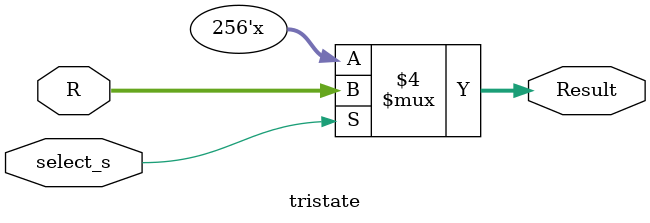
<source format=v>
module tristate ( 
		input signed [255:0] R, 
		input select_s, 
		output reg signed [255:0] Result
);

always @ *
   begin
      if (select_s == 1'b1) begin
	Result = R;
	   end
      else begin
        Result = 256'bx;
           end
end
endmodule

</source>
